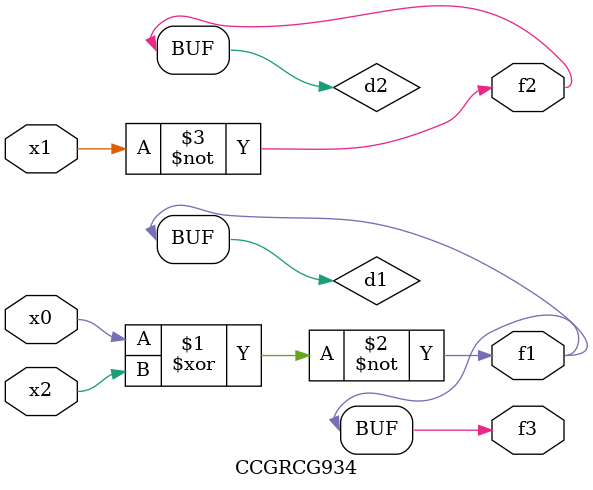
<source format=v>
module CCGRCG934(
	input x0, x1, x2,
	output f1, f2, f3
);

	wire d1, d2, d3;

	xnor (d1, x0, x2);
	nand (d2, x1);
	nor (d3, x1, x2);
	assign f1 = d1;
	assign f2 = d2;
	assign f3 = d1;
endmodule

</source>
